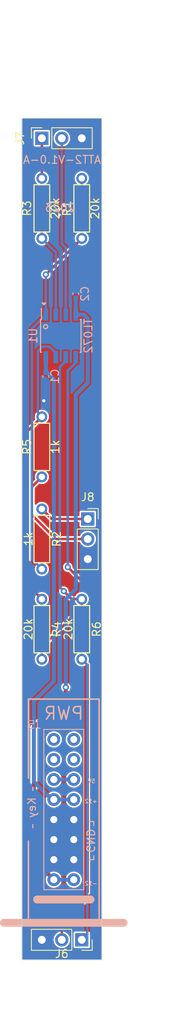
<source format=kicad_pcb>
(kicad_pcb (version 20221018) (generator pcbnew)
  (layers (0 "F.Cu" signal) (31 "B.Cu" signal) (34 "B.Paste" user) (35 "F.Paste" user) (36 "B.SilkS" user "B.Silkscreen") (37 "F.SilkS" user "F.Silkscreen") (38 "B.Mask" user) (39 "F.Mask" user) (44 "Edge.Cuts" user))
  (net 0 "")
  (net 1 "GND")
  (net 2 "+12V")
  (net 3 "-12V")
  (net 4 "Net-(U1A--)")
  (net 5 "Net-(R1-Pad2)")
  (net 6 "Net-(U1B--)")
  (net 7 "Net-(R4-Pad2)")
  (net 8 "+in_A")
  (net 9 "+in_B")
  (net 12 "+5V")
  (net 15 "Sig_in_B")
  (net 16 "Sig_in_A")
  (net 17 "Sig_out_A")
  (net 18 "Sig_out_B")
  (footprint "PCM_4ms_Resistor:R_Axial_DIN0207_L6.3mm_D2.5mm_P7.62mm_Horizontal" (layer "F.Cu") (at 114.3 105.41 90)
    (fp_text reference "R6" (at 0 1.89 90) (layer "F.SilkS") (effects (font (size 1.016 1.016) (thickness 0.1524))))
    (fp_text value "20k" (at 0 -1.71 90) (layer "F.SilkS") (effects (font (size 1.016 1.016) (thickness 0.1524))))
    (fp_line (start -3 -1) (end -3 1) (stroke (width 0.15)) (layer "F.SilkS"))
    (fp_line (start -3 1) (end 3 1) (stroke (width 0.15)) (layer "F.SilkS"))
    (fp_line (start 3 -1) (end -3 -1) (stroke (width 0.15)) (layer "F.SilkS"))
    (fp_line (start 3 1) (end 3 -1) (stroke (width 0.15)) (layer "F.SilkS"))
    (pad "1" thru_hole circle (at -3.81 0 90) (size 1.397 1.397) (drill 0.8128) (layers "*.Cu" "*.Mask") (net 15 "Sig_in_B"))
    (pad "2" thru_hole circle (at 3.81 0 90) (size 1.397 1.397) (drill 0.8128) (layers "*.Cu" "*.Mask") (net 6 "Net-(U1B--)"))
  )
  (footprint "PCM_4ms_Resistor:R_Axial_DIN0207_L6.3mm_D2.5mm_P7.62mm_Horizontal" (layer "F.Cu") (at 109.22 52.07 -90)
    (fp_text reference "R3" (at 0 1.89 90) (layer "F.SilkS") (effects (font (size 1.016 1.016) (thickness 0.1524))))
    (fp_text value "20k" (at 0 -1.71 90) (layer "F.SilkS") (effects (font (size 1.016 1.016) (thickness 0.1524))))
    (fp_line (start -3 -1) (end -3 1) (stroke (width 0.15)) (layer "F.SilkS"))
    (fp_line (start -3 1) (end 3 1) (stroke (width 0.15)) (layer "F.SilkS"))
    (fp_line (start 3 -1) (end -3 -1) (stroke (width 0.15)) (layer "F.SilkS"))
    (fp_line (start 3 1) (end 3 -1) (stroke (width 0.15)) (layer "F.SilkS"))
    (pad "1" thru_hole circle (at -3.81 0 270) (size 1.397 1.397) (drill 0.8128) (layers "*.Cu" "*.Mask") (net 16 "Sig_in_A"))
    (pad "2" thru_hole circle (at 3.81 0 270) (size 1.397 1.397) (drill 0.8128) (layers "*.Cu" "*.Mask") (net 4 "Net-(U1A--)"))
  )
  (footprint "Connector_PinSocket_2.54mm:PinSocket_1x03_P2.54mm_Vertical" (layer "F.Cu") (at 115.062 91.44)
    (fp_text reference "J8" (at 0 -2.77) (layer "F.SilkS"))
    (fp_text value "Conn_01x03")
    (fp_line (start -1.33 1.27) (end -1.33 6.41) (stroke (width 0.12)) (layer "F.SilkS"))
    (fp_line (start -1.33 1.27) (end 1.33 1.27) (stroke (width 0.12)) (layer "F.SilkS"))
    (fp_line (start -1.33 6.41) (end 1.33 6.41) (stroke (width 0.12)) (layer "F.SilkS"))
    (fp_line (start 0 -1.33) (end 1.33 -1.33) (stroke (width 0.12)) (layer "F.SilkS"))
    (fp_line (start 1.33 -1.33) (end 1.33 0) (stroke (width 0.12)) (layer "F.SilkS"))
    (fp_line (start 1.33 1.27) (end 1.33 6.41) (stroke (width 0.12)) (layer "F.SilkS"))
    (pad "1" thru_hole rect (at 0 0) (size 1.7 1.7) (drill 1) (layers "*.Cu" "*.Mask") (net 17 "Sig_out_A"))
    (pad "2" thru_hole oval (at 0 2.54) (size 1.7 1.7) (drill 1) (layers "*.Cu" "*.Mask") (net 18 "Sig_out_B"))
    (pad "3" thru_hole oval (at 0 5.08) (size 1.7 1.7) (drill 1) (layers "*.Cu" "*.Mask") (net 1 "GND"))
  )
  (footprint "Connector_PinSocket_2.54mm:PinSocket_1x03_P2.54mm_Vertical" (layer "F.Cu") (at 109.22 43.18 90)
    (fp_text reference "J7" (at 0 -2.77 90) (layer "F.SilkS"))
    (fp_text value "Conn_01x03")
    (fp_line (start -1.33 1.27) (end -1.33 6.41) (stroke (width 0.12)) (layer "F.SilkS"))
    (fp_line (start -1.33 1.27) (end 1.33 1.27) (stroke (width 0.12)) (layer "F.SilkS"))
    (fp_line (start -1.33 6.41) (end 1.33 6.41) (stroke (width 0.12)) (layer "F.SilkS"))
    (fp_line (start 0 -1.33) (end 1.33 -1.33) (stroke (width 0.12)) (layer "F.SilkS"))
    (fp_line (start 1.33 -1.33) (end 1.33 0) (stroke (width 0.12)) (layer "F.SilkS"))
    (fp_line (start 1.33 1.27) (end 1.33 6.41) (stroke (width 0.12)) (layer "F.SilkS"))
    (pad "1" thru_hole rect (at 0 0 90) (size 1.7 1.7) (drill 1) (layers "*.Cu" "*.Mask") (net 16 "Sig_in_A"))
    (pad "2" thru_hole oval (at 0 2.54 90) (size 1.7 1.7) (drill 1) (layers "*.Cu" "*.Mask") (net 8 "+in_A"))
    (pad "3" thru_hole oval (at 0 5.08 90) (size 1.7 1.7) (drill 1) (layers "*.Cu" "*.Mask") (net 1 "GND"))
  )
  (footprint "Connector_PinSocket_2.54mm:PinSocket_1x03_P2.54mm_Vertical" (layer "F.Cu") (at 114.3 144.78 -90)
    (fp_text reference "J6" (at 1.778 2.54 -180) (layer "F.SilkS"))
    (fp_text value "Conn_01x03")
    (fp_line (start -1.33 1.27) (end -1.33 6.41) (stroke (width 0.12)) (layer "F.SilkS"))
    (fp_line (start -1.33 1.27) (end 1.33 1.27) (stroke (width 0.12)) (layer "F.SilkS"))
    (fp_line (start -1.33 6.41) (end 1.33 6.41) (stroke (width 0.12)) (layer "F.SilkS"))
    (fp_line (start 0 -1.33) (end 1.33 -1.33) (stroke (width 0.12)) (layer "F.SilkS"))
    (fp_line (start 1.33 -1.33) (end 1.33 0) (stroke (width 0.12)) (layer "F.SilkS"))
    (fp_line (start 1.33 1.27) (end 1.33 6.41) (stroke (width 0.12)) (layer "F.SilkS"))
    (pad "1" thru_hole rect (at 0 0 270) (size 1.7 1.7) (drill 1) (layers "*.Cu" "*.Mask") (net 15 "Sig_in_B"))
    (pad "2" thru_hole oval (at 0 2.54 270) (size 1.7 1.7) (drill 1) (layers "*.Cu" "*.Mask") (net 9 "+in_B"))
    (pad "3" thru_hole oval (at 0 5.08 270) (size 1.7 1.7) (drill 1) (layers "*.Cu" "*.Mask") (net 1 "GND"))
  )
  (footprint "PCM_4ms_Resistor:R_Axial_DIN0207_L6.3mm_D2.5mm_P7.62mm_Horizontal" (layer "F.Cu") (at 114.3 52.07 -90)
    (fp_text reference "R1" (at 0 1.89 -270) (layer "F.SilkS") (effects (font (size 1.016 1.016) (thickness 0.1524))))
    (fp_text value "20k" (at 0 -1.71 -270) (layer "F.SilkS") (effects (font (size 1.016 1.016) (thickness 0.1524))))
    (fp_line (start -3 -1) (end -3 1) (stroke (width 0.15)) (layer "F.SilkS"))
    (fp_line (start -3 1) (end 3 1) (stroke (width 0.15)) (layer "F.SilkS"))
    (fp_line (start 3 -1) (end -3 -1) (stroke (width 0.15)) (layer "F.SilkS"))
    (fp_line (start 3 1) (end 3 -1) (stroke (width 0.15)) (layer "F.SilkS"))
    (pad "1" thru_hole circle (at -3.81 0 270) (size 1.397 1.397) (drill 0.8128) (layers "*.Cu" "*.Mask") (net 4 "Net-(U1A--)"))
    (pad "2" thru_hole circle (at 3.81 0 270) (size 1.397 1.397) (drill 0.8128) (layers "*.Cu" "*.Mask") (net 5 "Net-(R1-Pad2)"))
  )
  (footprint "PCM_4ms_Resistor:R_Axial_DIN0207_L6.3mm_D2.5mm_P7.62mm_Horizontal" (layer "F.Cu") (at 109.22 93.98 90)
    (fp_text reference "R2" (at 0 1.89 90) (layer "F.SilkS") (effects (font (size 1.016 1.016) (thickness 0.1524))))
    (fp_text value "1k" (at 0 -1.71 90) (layer "F.SilkS") (effects (font (size 1.016 1.016) (thickness 0.1524))))
    (fp_line (start -3 -1) (end -3 1) (stroke (width 0.15)) (layer "F.SilkS"))
    (fp_line (start -3 1) (end 3 1) (stroke (width 0.15)) (layer "F.SilkS"))
    (fp_line (start 3 -1) (end -3 -1) (stroke (width 0.15)) (layer "F.SilkS"))
    (fp_line (start 3 1) (end 3 -1) (stroke (width 0.15)) (layer "F.SilkS"))
    (pad "1" thru_hole circle (at -3.81 0 90) (size 1.397 1.397) (drill 0.8128) (layers "*.Cu" "*.Mask") (net 5 "Net-(R1-Pad2)"))
    (pad "2" thru_hole circle (at 3.81 0 90) (size 1.397 1.397) (drill 0.8128) (layers "*.Cu" "*.Mask") (net 17 "Sig_out_A"))
  )
  (footprint "PCM_4ms_Resistor:R_Axial_DIN0207_L6.3mm_D2.5mm_P7.62mm_Horizontal" (layer "F.Cu") (at 109.22 105.41 90)
    (fp_text reference "R4" (at 0 1.89 90) (layer "F.SilkS") (effects (font (size 1.016 1.016) (thickness 0.1524))))
    (fp_text value "20k" (at 0 -1.71 90) (layer "F.SilkS") (effects (font (size 1.016 1.016) (thickness 0.1524))))
    (fp_line (start -3 -1) (end -3 1) (stroke (width 0.15)) (layer "F.SilkS"))
    (fp_line (start -3 1) (end 3 1) (stroke (width 0.15)) (layer "F.SilkS"))
    (fp_line (start 3 -1) (end -3 -1) (stroke (width 0.15)) (layer "F.SilkS"))
    (fp_line (start 3 1) (end 3 -1) (stroke (width 0.15)) (layer "F.SilkS"))
    (pad "1" thru_hole circle (at -3.81 0 90) (size 1.397 1.397) (drill 0.8128) (layers "*.Cu" "*.Mask") (net 6 "Net-(U1B--)"))
    (pad "2" thru_hole circle (at 3.81 0 90) (size 1.397 1.397) (drill 0.8128) (layers "*.Cu" "*.Mask") (net 7 "Net-(R4-Pad2)"))
  )
  (footprint "PCM_4ms_Resistor:R_Axial_DIN0207_L6.3mm_D2.5mm_P7.62mm_Horizontal" (layer "F.Cu") (at 109.22 82.296 -90)
    (fp_text reference "R5" (at 0 1.89 90) (layer "F.SilkS") (effects (font (size 1.016 1.016) (thickness 0.1524))))
    (fp_text value "1k" (at 0 -1.71 90) (layer "F.SilkS") (effects (font (size 1.016 1.016) (thickness 0.1524))))
    (fp_line (start -3 -1) (end -3 1) (stroke (width 0.15)) (layer "F.SilkS"))
    (fp_line (start -3 1) (end 3 1) (stroke (width 0.15)) (layer "F.SilkS"))
    (fp_line (start 3 -1) (end -3 -1) (stroke (width 0.15)) (layer "F.SilkS"))
    (fp_line (start 3 1) (end 3 -1) (stroke (width 0.15)) (layer "F.SilkS"))
    (pad "1" thru_hole circle (at -3.81 0 270) (size 1.397 1.397) (drill 0.8128) (layers "*.Cu" "*.Mask") (net 7 "Net-(R4-Pad2)"))
    (pad "2" thru_hole circle (at 3.81 0 270) (size 1.397 1.397) (drill 0.8128) (layers "*.Cu" "*.Mask") (net 18 "Sig_out_B"))
  )
  (footprint "PCM_4ms_Connector:Pins_2x08_2.54mm_TH_EuroPower_Shrouded" (layer "B.Cu") (at 112.014 128.27 180)
    (fp_text reference "J5" (at 2.794 10.16) (layer "B.SilkS") (effects (font (thickness 0.1016)) (justify left bottom mirror)))
    (fp_text value "PWR" (at 0 12.192) (layer "B.SilkS") (effects (font (size 1.6 1.6) (thickness 0.2)) (justify mirror)))
    (fp_text user "– Key –" (at 4.064 0.254 90) (layer "B.SilkS") (effects (justify mirror)))
    (fp_line (start -7.62 -14.351) (end 7.62 -14.351) (stroke (width 1)) (layer "B.SilkS"))
    (fp_line (start -4.5 -14) (end 4.5 -14) (stroke (width 0.2)) (layer "B.SilkS"))
    (fp_line (start -4.5 14) (end -4.5 -14) (stroke (width 0.2)) (layer "B.SilkS"))
    (fp_line (start -4.5 14) (end 4.5 14) (stroke (width 0.2)) (layer "B.SilkS"))
    (fp_line (start -3.4 -11.4) (end 3.4 -11.4) (stroke (width 1)) (layer "B.SilkS"))
    (fp_line (start -2.54 -7.62) (end -2.54 -10.16) (stroke (width 0.127)) (layer "B.SilkS"))
    (fp_line (start -2.54 -5.08) (end -2.54 -7.62) (stroke (width 0.127)) (layer "B.SilkS"))
    (fp_line (start -2.54 -2.54) (end -2.54 -5.08) (stroke (width 0.127)) (layer "B.SilkS"))
    (fp_line (start -2.54 0) (end -2.54 -2.54) (stroke (width 0.127)) (layer "B.SilkS"))
    (fp_line (start -2.54 2.54) (end -2.54 0) (stroke (width 0.127)) (layer "B.SilkS"))
    (fp_line (start -2.54 5.08) (end -2.54 2.54) (stroke (width 0.127)) (layer "B.SilkS"))
    (fp_line (start -2.54 7.62) (end -2.54 5.08) (stroke (width 0.127)) (layer "B.SilkS"))
    (fp_line (start -2.54 10.16) (end -2.54 7.62) (stroke (width 0.127)) (layer "B.SilkS"))
    (fp_line (start 0 -10.16) (end -2.54 -10.16) (stroke (width 0.127)) (layer "B.SilkS"))
    (fp_line (start 0 10.16) (end -2.54 10.16) (stroke (width 0.127)) (layer "B.SilkS"))
    (fp_line (start 2.54 -10.16) (end 0 -10.16) (stroke (width 0.127)) (layer "B.SilkS"))
    (fp_line (start 2.54 -10.16) (end 2.54 -7.62) (stroke (width 0.127)) (layer "B.SilkS"))
    (fp_line (start 2.54 -7.62) (end 2.54 -5.08) (stroke (width 0.127)) (layer "B.SilkS"))
    (fp_line (start 2.54 -5.08) (end 2.54 -2.54) (stroke (width 0.127)) (layer "B.SilkS"))
    (fp_line (start 2.54 -2.54) (end 2.54 0) (stroke (width 0.127)) (layer "B.SilkS"))
    (fp_line (start 2.54 0) (end 2.54 2.54) (stroke (width 0.127)) (layer "B.SilkS"))
    (fp_line (start 2.54 2.54) (end 2.54 5.08) (stroke (width 0.127)) (layer "B.SilkS"))
    (fp_line (start 2.54 5.08) (end 2.54 7.62) (stroke (width 0.127)) (layer "B.SilkS"))
    (fp_line (start 2.54 7.62) (end 2.54 10.16) (stroke (width 0.127)) (layer "B.SilkS"))
    (fp_line (start 2.54 10.16) (end 0 10.16) (stroke (width 0.127)) (layer "B.SilkS"))
    (fp_line (start 4.5 -4) (end 4.5 -14) (stroke (width 0.2)) (layer "B.SilkS"))
    (fp_line (start 4.5 14) (end 4.5 4) (stroke (width 0.2)) (layer "B.SilkS"))
    (pad "1" thru_hole circle (at -1.27 8.89 180) (size 1.651 1.651) (drill 0.9) (layers "*.Cu" "*.Mask"))
    (pad "2" thru_hole circle (at 1.27 8.89 180) (size 1.651 1.651) (drill 0.9) (layers "*.Cu" "*.Mask"))
    (pad "3" thru_hole circle (at -1.27 6.35 180) (size 1.651 1.651) (drill 0.9) (layers "*.Cu" "*.Mask"))
    (pad "4" thru_hole circle (at 1.27 6.35 180) (size 1.651 1.651) (drill 0.9) (layers "*.Cu" "*.Mask"))
    (pad "5" thru_hole circle (at -1.27 3.81 180) (size 1.651 1.651) (drill 0.9) (layers "*.Cu" "*.Mask") (net 12 "+5V"))
    (pad "6" thru_hole circle (at 1.27 3.81 180) (size 1.651 1.651) (drill 0.9) (layers "*.Cu" "*.Mask") (net 12 "+5V"))
    (pad "7" thru_hole circle (at -1.27 1.27 180) (size 1.651 1.651) (drill 0.9) (layers "*.Cu" "*.Mask") (net 2 "+12V"))
    (pad "8" thru_hole circle (at 1.27 1.27 180) (size 1.651 1.651) (drill 0.9) (layers "*.Cu" "*.Mask") (net 2 "+12V"))
    (pad "9" thru_hole circle (at -1.27 -1.27 180) (size 1.651 1.651) (drill 0.9) (layers "*.Cu" "*.Mask") (net 1 "GND"))
    (pad "10" thru_hole circle (at 1.27 -1.27 180) (size 1.651 1.651) (drill 0.9) (layers "*.Cu" "*.Mask") (net 1 "GND"))
    (pad "11" thru_hole circle (at -1.27 -3.81 180) (size 1.651 1.651) (drill 0.9) (layers "*.Cu" "*.Mask") (net 1 "GND"))
    (pad "12" thru_hole circle (at 1.27 -3.81 180) (size 1.651 1.651) (drill 0.9) (layers "*.Cu" "*.Mask") (net 1 "GND"))
    (pad "13" thru_hole circle (at -1.27 -6.35 180) (size 1.651 1.651) (drill 0.9) (layers "*.Cu" "*.Mask") (net 1 "GND"))
    (pad "14" thru_hole circle (at 1.27 -6.35 180) (size 1.651 1.651) (drill 0.9) (layers "*.Cu" "*.Mask") (net 1 "GND"))
    (pad "15" thru_hole circle (at -1.27 -8.89 180) (size 1.651 1.651) (drill 0.9) (layers "*.Cu" "*.Mask") (net 3 "-12V"))
    (pad "16" thru_hole circle (at 1.27 -8.89 180) (size 1.651 1.651) (drill 0.9) (layers "*.Cu" "*.Mask") (net 3 "-12V"))
  )
  (footprint "Capacitor_SMD:C_0402_1005Metric_Pad0.74x0.62mm_HandSolder" (layer "B.Cu") (at 113.538 62.898 90)
    (fp_text reference "C2" (at 0 1.16 90) (layer "B.SilkS") (effects (justify mirror)))
    (fp_text value "100nf")
    (fp_line (start -0.115835 -0.36) (end 0.115835 -0.36) (stroke (width 0.12)) (layer "B.SilkS"))
    (fp_line (start -0.115835 0.36) (end 0.115835 0.36) (stroke (width 0.12)) (layer "B.SilkS"))
    (pad "1" smd roundrect (at -0.5675 0 90) (size 0.735 0.62) (layers "B.Cu" "B.Paste" "B.Mask") (net 3 "-12V"))
    (pad "2" smd roundrect (at 0.5675 0 90) (size 0.735 0.62) (layers "B.Cu" "B.Paste" "B.Mask") (net 1 "GND"))
  )
  (footprint "PCM_4ms_Package_SOIC:SOIC-8_3.9x4.9mm_Pitch1.27mm" (layer "B.Cu") (at 111.633 68.232 -90)
    (fp_text reference "U1" (at 0 3.5 90) (layer "B.SilkS") (effects (justify mirror)))
    (fp_text value "TL072" (at 0 -3.5 90) (layer "B.SilkS") (effects (justify mirror)))
    (fp_line (start -4.1656 1.9304) (end -4.1656 2.3368) (stroke (width 0.15)) (layer "B.SilkS"))
    (fp_line (start -4.1656 2.3622) (end -3.937 2.1336) (stroke (width 0.15)) (layer "B.SilkS"))
    (fp_line (start -3.937 2.1336) (end -4.1656 1.9304) (stroke (width 0.15)) (layer "B.SilkS"))
    (fp_line (start -2.075 -2.575) (end -2.075 -2.46) (stroke (width 0.15)) (layer "B.SilkS"))
    (fp_line (start -2.075 -2.575) (end 2.075 -2.575) (stroke (width 0.15)) (layer "B.SilkS"))
    (fp_line (start -2.075 2.46) (end -3.475 2.46) (stroke (width 0.15)) (layer "B.SilkS"))
    (fp_line (start -2.075 2.575) (end -2.075 2.46) (stroke (width 0.15)) (layer "B.SilkS"))
    (fp_line (start -2.075 2.575) (end 2.075 2.575) (stroke (width 0.15)) (layer "B.SilkS"))
    (fp_line (start 2.075 -2.575) (end 2.075 -2.46) (stroke (width 0.15)) (layer "B.SilkS"))
    (fp_line (start 2.075 2.575) (end 2.075 2.46) (stroke (width 0.15)) (layer "B.SilkS"))
    (fp_circle (center -1.1684 1.9304) (end -0.9398 1.8034) (stroke (width 0.15)) (fill none) (layer "B.SilkS"))
    (pad "1" smd rect (at -2.7 1.905 270) (size 1.55 0.6) (layers "B.Cu" "B.Paste" "B.Mask") (net 5 "Net-(R1-Pad2)"))
    (pad "2" smd rect (at -2.7 0.635 270) (size 1.55 0.6) (layers "B.Cu" "B.Paste" "B.Mask") (net 4 "Net-(U1A--)"))
    (pad "3" smd rect (at -2.7 -0.635 270) (size 1.55 0.6) (layers "B.Cu" "B.Paste" "B.Mask") (net 8 "+in_A"))
    (pad "4" smd rect (at -2.7 -1.905 270) (size 1.55 0.6) (layers "B.Cu" "B.Paste" "B.Mask") (net 3 "-12V"))
    (pad "5" smd rect (at 2.7 -1.905 270) (size 1.55 0.6) (layers "B.Cu" "B.Paste" "B.Mask") (net 9 "+in_B"))
    (pad "6" smd rect (at 2.7 -0.635 270) (size 1.55 0.6) (layers "B.Cu" "B.Paste" "B.Mask") (net 6 "Net-(U1B--)"))
    (pad "7" smd rect (at 2.7 0.635 270) (size 1.55 0.6) (layers "B.Cu" "B.Paste" "B.Mask") (net 7 "Net-(R4-Pad2)"))
    (pad "8" smd rect (at 2.7 1.905 270) (size 1.55 0.6) (layers "B.Cu" "B.Paste" "B.Mask") (net 2 "+12V"))
  )
  (footprint "Capacitor_SMD:C_0402_1005Metric_Pad0.74x0.62mm_HandSolder" (layer "B.Cu") (at 109.728 73.3715 90)
    (fp_text reference "C1" (at 0 1.16 90) (layer "B.SilkS") (effects (justify mirror)))
    (fp_text value "100nf")
    (fp_line (start -0.115835 -0.36) (end 0.115835 -0.36) (stroke (width 0.12)) (layer "B.SilkS"))
    (fp_line (start -0.115835 0.36) (end 0.115835 0.36) (stroke (width 0.12)) (layer "B.SilkS"))
    (pad "1" smd roundrect (at -0.5675 0 90) (size 0.735 0.62) (layers "B.Cu" "B.Paste" "B.Mask") (net 1 "GND"))
    (pad "2" smd roundrect (at 0.5675 0 90) (size 0.735 0.62) (layers "B.Cu" "B.Paste" "B.Mask") (net 2 "+12V"))
  )
  (gr_line (start 115.824 134.62) (end 115.316 134.62) (stroke (width 0.15)) (layer "B.SilkS"))
  (gr_line (start 115.824 134.112) (end 115.824 134.62) (stroke (width 0.15)) (layer "B.SilkS"))
  (gr_line (start 115.824 129.794) (end 115.316 129.794) (stroke (width 0.15)) (layer "B.SilkS"))
  (gr_line (start 115.824 130.302) (end 115.824 129.794) (stroke (width 0.15)) (layer "B.SilkS"))
  (gr_rect (start 106.68 40.64) (end 116.84 147.32) (stroke (width 0.1)) (fill none) (layer "Edge.Cuts"))
  (gr_text "+12" (at 116.332 127.508) (layer "B.SilkS") (effects (font (size 0.5 0.5) (thickness 0.1) bold) (justify left bottom mirror)))
  (gr_text "GND" (at 114.808 133.858 -90) (layer "B.SilkS") (effects (font (size 1 1)) (justify left bottom mirror)))
  (gr_text "ATT2-V1.0-A" (at 116.84 46.482) (layer "B.SilkS") (effects (font (size 1 1)) (justify left bottom mirror)))
  (gr_text "5V" (at 116.078 124.968) (layer "B.SilkS") (effects (font (size 0.5 0.5) (thickness 0.1) bold) (justify left bottom mirror)))
  (gr_text "2023" (at 113.538 52.578) (layer "B.SilkS") (effects (font (size 1 1)) (justify left bottom mirror)))
  (gr_text "-12" (at 116.332 137.922) (layer "B.SilkS") (effects (font (size 0.5 0.5) (thickness 0.1) bold) (justify left bottom mirror)))
  (via (at 109.474 76.454) (size 0.8) (drill 0.4) (layers "F.Cu" "B.Cu") (net 1))
  (segment (start 108.204 124.714) (end 110.49 127) (width 0.508) (layer "B.Cu") (net 2))
  (segment (start 109.855 72.837244) (end 110.744 73.726244) (width 0.508) (layer "B.Cu") (net 2))
  (segment (start 110.744 73.726244) (end 110.744 112.014) (width 0.508) (layer "B.Cu") (net 2))
  (segment (start 110.744 112.014) (end 108.204 114.554) (width 0.508) (layer "B.Cu") (net 2))
  (segment (start 109.728 72.837244) (end 109.855 72.837244) (width 0.508) (layer "B.Cu") (net 2))
  (segment (start 110.49 127) (end 113.284 127) (width 0.508) (layer "B.Cu") (net 2))
  (segment (start 109.728 70.932) (end 109.728 72.837244) (width 0.508) (layer "B.Cu") (net 2))
  (segment (start 108.204 114.554) (end 108.204 124.714) (width 0.508) (layer "B.Cu") (net 2))
  (segment (start 108.204 117.856) (end 108.204 134.62) (width 0.508) (layer "F.Cu") (net 3))
  (segment (start 112.268 112.776) (end 112.268 113.792) (width 0.508) (layer "F.Cu") (net 3))
  (segment (start 112.268 113.792) (end 108.204 117.856) (width 0.508) (layer "F.Cu") (net 3))
  (segment (start 108.204 134.62) (end 110.744 137.16) (width 0.508) (layer "F.Cu") (net 3))
  (via (at 112.268 112.776) (size 0.8) (drill 0.4) (layers "F.Cu" "B.Cu") (net 3))
  (segment (start 112.268 112.522) (end 112.268 112.776) (width 0.508) (layer "B.Cu") (net 3))
  (segment (start 115.062 66.04) (end 114.554 65.532) (width 0.508) (layer "B.Cu") (net 3))
  (segment (start 115.062 74.168) (end 115.062 66.04) (width 0.508) (layer "B.Cu") (net 3))
  (segment (start 112.268 112.776) (end 112.268 101.6) (width 0.508) (layer "B.Cu") (net 3))
  (segment (start 113.538 75.692) (end 115.062 74.168) (width 0.508) (layer "B.Cu") (net 3))
  (segment (start 113.538 100.33) (end 113.538 75.692) (width 0.508) (layer "B.Cu") (net 3))
  (segment (start 113.538 63.4655) (end 113.538 65.532) (width 0.508) (layer "B.Cu") (net 3))
  (segment (start 110.744 137.16) (end 113.284 137.16) (width 0.508) (layer "B.Cu") (net 3))
  (segment (start 112.268 101.6) (end 113.538 100.33) (width 0.508) (layer "B.Cu") (net 3))
  (segment (start 114.554 65.532) (end 113.538 65.532) (width 0.508) (layer "B.Cu") (net 3))
  (segment (start 109.22 54.864) (end 114.3 49.784) (width 0.3175) (layer "F.Cu") (net 4))
  (segment (start 114.3 49.784) (end 114.3 48.26) (width 0.3175) (layer "F.Cu") (net 4))
  (segment (start 109.22 55.88) (end 109.22 54.864) (width 0.3175) (layer "F.Cu") (net 4))
  (segment (start 110.998 65.532) (end 110.998 57.658) (width 0.3175) (layer "B.Cu") (net 4))
  (segment (start 110.998 57.658) (end 109.22 55.88) (width 0.3175) (layer "B.Cu") (net 4))
  (segment (start 109.728 60.452) (end 114.3 55.88) (width 0.3175) (layer "F.Cu") (net 5))
  (via (at 109.728 60.452) (size 0.8) (drill 0.4) (layers "F.Cu" "B.Cu") (net 5))
  (segment (start 107.95 96.52) (end 109.22 97.79) (width 0.3175) (layer "B.Cu") (net 5))
  (segment (start 109.728 65.532) (end 107.95 67.31) (width 0.3175) (layer "B.Cu") (net 5))
  (segment (start 107.95 67.31) (end 107.95 96.52) (width 0.3175) (layer "B.Cu") (net 5))
  (segment (start 109.728 60.452) (end 109.728 65.532) (width 0.3175) (layer "B.Cu") (net 5))
  (segment (start 109.22 107.696) (end 109.22 109.22) (width 0.3175) (layer "F.Cu") (net 6))
  (segment (start 114.3 101.6) (end 114.3 102.616) (width 0.3175) (layer "F.Cu") (net 6))
  (segment (start 114.3 102.616) (end 109.22 107.696) (width 0.3175) (layer "F.Cu") (net 6))
  (segment (start 114.3 101.6) (end 113.03 101.6) (width 0.3175) (layer "F.Cu") (net 6))
  (segment (start 113.03 101.6) (end 112.014 100.584) (width 0.3175) (layer "F.Cu") (net 6))
  (via (at 112.014 100.584) (size 0.8) (drill 0.4) (layers "F.Cu" "B.Cu") (net 6))
  (segment (start 111.506 72.169) (end 111.506 100.076) (width 0.3175) (layer "B.Cu") (net 6))
  (segment (start 111.506 100.076) (end 112.014 100.584) (width 0.3175) (layer "B.Cu") (net 6))
  (segment (start 112.268 71.407) (end 111.506 72.169) (width 0.3175) (layer "B.Cu") (net 6))
  (segment (start 112.268 70.932) (end 112.268 71.407) (width 0.3175) (layer "B.Cu") (net 6))
  (segment (start 107.4325 99.8125) (end 107.4325 80.2735) (width 0.3175) (layer "F.Cu") (net 7))
  (segment (start 109.22 101.6) (end 107.4325 99.8125) (width 0.3175) (layer "F.Cu") (net 7))
  (segment (start 107.4325 80.2735) (end 109.22 78.486) (width 0.3175) (layer "F.Cu") (net 7))
  (segment (start 108.712 77.978) (end 109.22 78.486) (width 0.3175) (layer "B.Cu") (net 7))
  (segment (start 108.712 70.1555) (end 108.712 77.978) (width 0.3175) (layer "B.Cu") (net 7))
  (segment (start 109.2715 69.596) (end 108.712 70.1555) (width 0.3175) (layer "B.Cu") (net 7))
  (segment (start 110.998 70.932) (end 110.998 70.4095) (width 0.3175) (layer "B.Cu") (net 7))
  (segment (start 110.1845 69.596) (end 109.2715 69.596) (width 0.3175) (layer "B.Cu") (net 7))
  (segment (start 110.998 70.4095) (end 110.1845 69.596) (width 0.3175) (layer "B.Cu") (net 7))
  (segment (start 112.268 57.05475) (end 112.268 65.532) (width 0.3175) (layer "B.Cu") (net 8))
  (segment (start 111.76 43.18) (end 111.76 56.54675) (width 0.3175) (layer "B.Cu") (net 8))
  (segment (start 111.76 56.54675) (end 112.268 57.05475) (width 0.3175) (layer "B.Cu") (net 8))
  (segment (start 115.57 100.584) (end 115.57 138.938) (width 0.3175) (layer "F.Cu") (net 9))
  (segment (start 112.522 97.536) (end 115.57 100.584) (width 0.3175) (layer "F.Cu") (net 9))
  (segment (start 111.76 142.748) (end 111.76 144.78) (width 0.3175) (layer "F.Cu") (net 9))
  (segment (start 115.57 138.938) (end 111.76 142.748) (width 0.3175) (layer "F.Cu") (net 9))
  (via (at 112.522 97.536) (size 0.8) (drill 0.4) (layers "F.Cu" "B.Cu") (net 9))
  (segment (start 112.522 97.536) (end 112.522 72.644) (width 0.3175) (layer "B.Cu") (net 9))
  (segment (start 113.538 71.628) (end 113.538 70.932) (width 0.3175) (layer "B.Cu") (net 9))
  (segment (start 112.522 72.644) (end 113.538 71.628) (width 0.3175) (layer "B.Cu") (net 9))
  (segment (start 110.744 124.46) (end 113.284 124.46) (width 0.508) (layer "B.Cu") (net 12))
  (segment (start 114.3 144.78) (end 114.9985 144.0815) (width 0.3175) (layer "B.Cu") (net 15))
  (segment (start 114.9985 144.0815) (end 114.9985 109.9185) (width 0.3175) (layer "B.Cu") (net 15))
  (segment (start 114.9985 109.9185) (end 114.3 109.22) (width 0.3175) (layer "B.Cu") (net 15))
  (segment (start 109.22 43.18) (end 109.22 48.26) (width 0.3175) (layer "F.Cu") (net 16))
  (segment (start 110.49 91.44) (end 109.22 90.17) (width 0.3175) (layer "F.Cu") (net 17))
  (segment (start 115.062 91.44) (end 110.49 91.44) (width 0.3175) (layer "F.Cu") (net 17))
  (segment (start 109.22 86.106) (end 107.95 87.376) (width 0.3175) (layer "F.Cu") (net 18))
  (segment (start 110.998 93.98) (end 115.062 93.98) (width 0.3175) (layer "F.Cu") (net 18))
  (segment (start 107.95 87.376) (end 107.95 90.932) (width 0.3175) (layer "F.Cu") (net 18))
  (segment (start 107.95 90.932) (end 110.998 93.98) (width 0.3175) (layer "F.Cu") (net 18))
  (zone (net 1) (net_name "GND") (layers "F&B.Cu") (connect_pads yes (clearance 0.127)) (min_thickness 0.254) (fill yes (thermal_gap 0.5) (thermal_bridge_width 0.5))
    (polygon (pts (xy 116.84 147.32) (xy 106.68 147.32) (xy 106.68 40.64) (xy 116.84 40.64)))
  )
)
</source>
